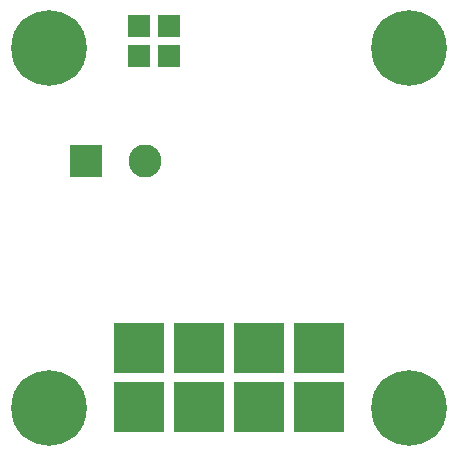
<source format=gbr>
G04 #@! TF.GenerationSoftware,KiCad,Pcbnew,(6.0.0-rc1-dev-1606-g4cd41e394)*
G04 #@! TF.CreationDate,2019-02-20T17:44:50+01:00
G04 #@! TF.ProjectId,COILSW01A,434f494c-5357-4303-9141-2e6b69636164,REV*
G04 #@! TF.SameCoordinates,Original*
G04 #@! TF.FileFunction,Soldermask,Top*
G04 #@! TF.FilePolarity,Negative*
%FSLAX46Y46*%
G04 Gerber Fmt 4.6, Leading zero omitted, Abs format (unit mm)*
G04 Created by KiCad (PCBNEW (6.0.0-rc1-dev-1606-g4cd41e394)) date 20.02.2019 17:44:50*
%MOMM*%
%LPD*%
G04 APERTURE LIST*
%ADD10R,2.800000X2.800000*%
%ADD11C,2.800000*%
%ADD12R,1.924000X1.924000*%
%ADD13C,6.400000*%
%ADD14R,4.210000X4.210000*%
G04 APERTURE END LIST*
D10*
X8255000Y26035000D03*
D11*
X13255000Y26035000D03*
D12*
X12700000Y37465000D03*
X12700000Y34925000D03*
X15240000Y34925000D03*
X15240000Y37465000D03*
D13*
X35560000Y5080000D03*
X35560000Y35560000D03*
X5080000Y5080000D03*
X5080000Y35560000D03*
D14*
X12700000Y10160000D03*
X12700000Y5160000D03*
X27940000Y5160000D03*
X27940000Y10160000D03*
X17780000Y5160000D03*
X17780000Y10160000D03*
X22860000Y10160000D03*
X22860000Y5160000D03*
M02*

</source>
